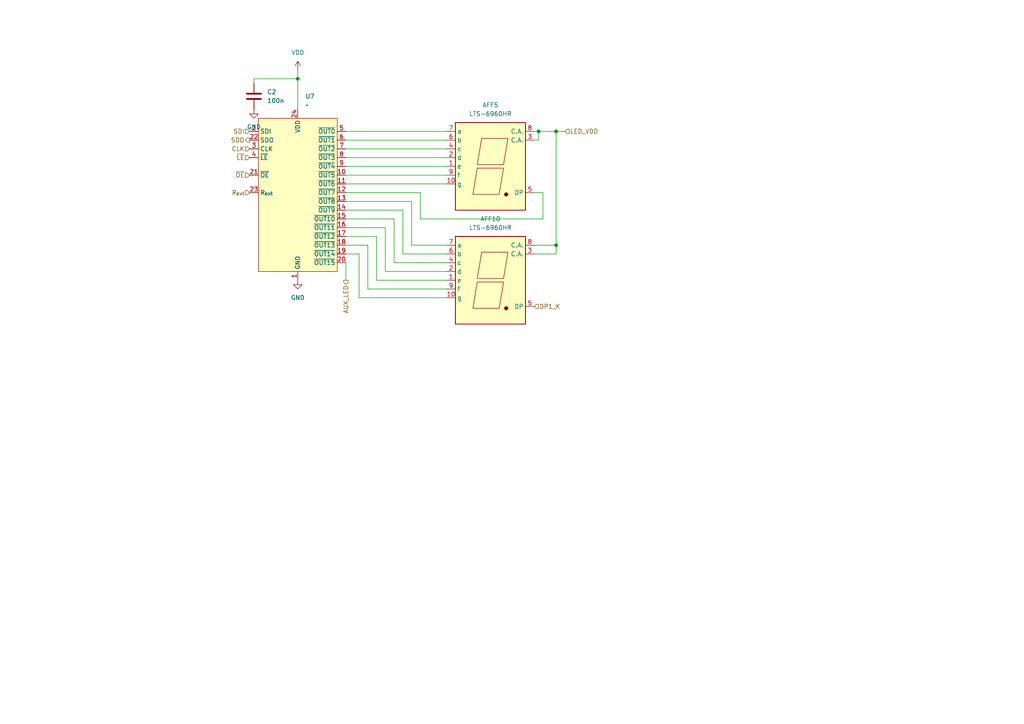
<source format=kicad_sch>
(kicad_sch (version 20250114) (generator "eeschema") (generator_version "9.0")
  (paper "A4")
  (lib_symbols
    (symbol "Device:C" (pin_numbers (hide yes)) (pin_names (offset 0.254))
      (property "Reference" "C" (at 0.635 2.54 0))
      (property "Value" "C" (at 0.635 -2.54 0))
      (symbol "C_0_1"
        (polyline (pts (xy -2.032 0.762) (xy 2.032 0.762)) (stroke (width 0.508)))
        (polyline (pts (xy -2.032 -0.762) (xy 2.032 -0.762)) (stroke (width 0.508)))
      )
      (symbol "C_1_1"
        (pin passive line (at 0 3.81 270) (length 2.794) (name "~") (number "1"))
        (pin passive line (at 0 -3.81 90) (length 2.794) (name "~") (number "2"))
      )
    )
    (symbol "Display_Character:LTS-6960HR"
      (property "Reference" "AFF" (at -7.874 13.97 0))
      (property "Value" "LTS-6960HR" (at -2.032 13.97 0))
      (symbol "LTS-6960HR_0_1"
        (rectangle (start -10.16 12.7) (end 10.16 -12.7) (stroke (width 0.254)) (fill (type background)))
        (polyline (pts (xy -3.81 -0.508) (xy 3.81 -0.508) (xy 2.54 -8.128) (xy -5.08 -8.128) (xy -3.81 -0.508) (xy -3.81 -0.508)))
        (polyline (pts (xy -2.54 8.128) (xy 5.08 8.128) (xy 3.81 0.508) (xy -3.81 0.508) (xy -2.54 8.128) (xy -2.54 8.128)))
        (circle (center 4.572 -8.128) (radius 0.508) (fill (type outline)))
      )
      (symbol "LTS-6960HR_1_1"
        (pin passive line (at -12.7 10.16 0) (length 2.54) (name "a") (number "7"))
        (pin passive line (at -12.7 7.62 0) (length 2.54) (name "b") (number "6"))
        (pin passive line (at -12.7 5.08 0) (length 2.54) (name "c") (number "4"))
        (pin passive line (at -12.7 2.54 0) (length 2.54) (name "d") (number "2"))
        (pin passive line (at -12.7 0 0) (length 2.54) (name "e") (number "1"))
        (pin passive line (at -12.7 -2.54 0) (length 2.54) (name "f") (number "9"))
        (pin passive line (at -12.7 -5.08 0) (length 2.54) (name "g") (number "10"))
        (pin passive line (at 12.7 10.16 180) (length 2.54) (name "C.A.") (number "8"))
        (pin passive line (at 12.7 7.62 180) (length 2.54) (name "C.A.") (number "3"))
        (pin passive line (at 12.7 -7.62 180) (length 2.54) (name "DP") (number "5"))
      )
    )
    (symbol "power:GND" (power) (pin_numbers (hide yes)) (pin_names (offset 0) (hide yes))
      (property "Value" "GND" (at 0 -3.81 0))
      (symbol "GND_0_1"
        (polyline (pts (xy 0 0) (xy 0 -1.27) (xy 1.27 -1.27) (xy 0 -2.54) (xy -1.27 -1.27) (xy 0 -1.27)))
      )
      (symbol "GND_1_1"
        (pin power_in line (at 0 0 270) (length 0) (name "~") (number "1"))
      )
    )
    (symbol "power:VDD" (power) (pin_numbers (hide yes)) (pin_names (offset 0) (hide yes))
      (property "Value" "VDD" (at 0 3.556 0))
      (symbol "VDD_0_1"
        (polyline (pts (xy -0.762 1.27) (xy 0 2.54)))
        (polyline (pts (xy 0 2.54) (xy 0.762 1.27)))
        (polyline (pts (xy 0 0) (xy 0 2.54)))
      )
      (symbol "VDD_1_1"
        (pin power_in line (at 0 0 90) (length 0) (name "~") (number "1"))
      )
    )
    (symbol "projlib:MBI5124"
      (property "Reference" "U" (at 15.24 16.51 0))
      (property "Value" "MBI5124" (at 0 0 0))
      (symbol "MBI5124_1_1"
        (rectangle (start -11.43 21.59) (end 11.43 -22.86) (fill (type background)))
        (pin input line (at -13.97 17.78 0) (length 2.54) (name "SDI") (number "2"))
        (pin output line (at -13.97 15.24 0) (length 2.54) (name "SDO") (number "22"))
        (pin input line (at -13.97 12.7 0) (length 2.54) (name "CLK") (number "3"))
        (pin input line (at -13.97 10.16 0) (length 2.54) (name "~{LE}") (number "4"))
        (pin input line (at -13.97 5.08 0) (length 2.54) (name "~{OE}") (number "21"))
        (pin input line (at -13.97 0 0) (length 2.54) (name "R_{ext}") (number "23"))
        (pin power_in line (at 0 24.13 270) (length 2.54) (name "VDD") (number "24"))
        (pin power_in line (at 0 -25.4 90) (length 2.54) (name "GND") (number "1"))
        (pin open_collector line (at 13.97 17.78 180) (length 2.54) (name "~{OUT0}") (number "5"))
        (pin open_collector line (at 13.97 15.24 180) (length 2.54) (name "~{OUT1}") (number "6"))
        (pin open_collector line (at 13.97 12.7 180) (length 2.54) (name "~{OUT2}") (number "7"))
        (pin open_collector line (at 13.97 10.16 180) (length 2.54) (name "~{OUT3}") (number "8"))
        (pin open_collector line (at 13.97 7.62 180) (length 2.54) (name "~{OUT4}") (number "9"))
        (pin open_collector line (at 13.97 5.08 180) (length 2.54) (name "~{OUT5}") (number "10"))
        (pin open_collector line (at 13.97 2.54 180) (length 2.54) (name "~{OUT6}") (number "11"))
        (pin open_collector line (at 13.97 0 180) (length 2.54) (name "~{OUT7}") (number "12"))
        (pin open_collector line (at 13.97 -2.54 180) (length 2.54) (name "~{OUT8}") (number "13"))
        (pin open_collector line (at 13.97 -5.08 180) (length 2.54) (name "~{OUT9}") (number "14"))
        (pin open_collector line (at 13.97 -7.62 180) (length 2.54) (name "~{OUT10}") (number "15"))
        (pin open_collector line (at 13.97 -10.16 180) (length 2.54) (name "~{OUT11}") (number "16"))
        (pin open_collector line (at 13.97 -12.7 180) (length 2.54) (name "~{OUT12}") (number "17"))
        (pin open_collector line (at 13.97 -15.24 180) (length 2.54) (name "~{OUT13}") (number "18"))
        (pin open_collector line (at 13.97 -17.78 180) (length 2.54) (name "~{OUT14}") (number "19"))
        (pin open_collector line (at 13.97 -20.32 180) (length 2.54) (name "~{OUT15}") (number "20"))
      )
    )
  )
  (junction (at 161.29 71.12))
  (junction (at 86.36 22.86))
  (junction (at 161.29 38.1))
  (junction (at 156.21 38.1))
  (wire (pts (xy 161.29 71.12) (xy 161.29 38.1)))
  (wire (pts (xy 100.33 45.72) (xy 129.54 45.72)))
  (wire (pts (xy 106.68 71.12) (xy 106.68 83.82)))
  (wire (pts (xy 86.36 22.86) (xy 86.36 31.75)))
  (wire (pts (xy 154.94 38.1) (xy 156.21 38.1)))
  (wire (pts (xy 100.33 58.42) (xy 119.38 58.42)))
  (wire (pts (xy 111.76 78.74) (xy 129.54 78.74)))
  (wire (pts (xy 100.33 55.88) (xy 121.92 55.88)))
  (wire (pts (xy 154.94 71.12) (xy 161.29 71.12)))
  (wire (pts (xy 121.92 55.88) (xy 121.92 63.5)))
  (wire (pts (xy 86.36 20.32) (xy 86.36 22.86)))
  (wire (pts (xy 119.38 58.42) (xy 119.38 71.12)))
  (wire (pts (xy 114.3 76.2) (xy 129.54 76.2)))
  (wire (pts (xy 161.29 38.1) (xy 163.83 38.1)))
  (wire (pts (xy 100.33 68.58) (xy 109.22 68.58)))
  (wire (pts (xy 154.94 73.66) (xy 161.29 73.66)))
  (wire (pts (xy 154.94 40.64) (xy 156.21 40.64)))
  (wire (pts (xy 121.92 63.5) (xy 157.48 63.5)))
  (wire (pts (xy 157.48 55.88) (xy 154.94 55.88)))
  (wire (pts (xy 100.33 40.64) (xy 129.54 40.64)))
  (wire (pts (xy 100.33 71.12) (xy 106.68 71.12)))
  (wire (pts (xy 114.3 63.5) (xy 114.3 76.2)))
  (wire (pts (xy 100.33 50.8) (xy 129.54 50.8)))
  (wire (pts (xy 109.22 81.28) (xy 129.54 81.28)))
  (wire (pts (xy 100.33 53.34) (xy 129.54 53.34)))
  (wire (pts (xy 116.84 60.96) (xy 116.84 73.66)))
  (wire (pts (xy 100.33 48.26) (xy 129.54 48.26)))
  (wire (pts (xy 156.21 38.1) (xy 161.29 38.1)))
  (wire (pts (xy 104.14 86.36) (xy 129.54 86.36)))
  (wire (pts (xy 111.76 66.04) (xy 111.76 78.74)))
  (wire (pts (xy 100.33 73.66) (xy 104.14 73.66)))
  (wire (pts (xy 100.33 38.1) (xy 129.54 38.1)))
  (wire (pts (xy 100.33 76.2) (xy 100.33 81.28)))
  (wire (pts (xy 73.66 22.86) (xy 73.66 24.13)))
  (wire (pts (xy 116.84 73.66) (xy 129.54 73.66)))
  (wire (pts (xy 156.21 40.64) (xy 156.21 38.1)))
  (wire (pts (xy 104.14 73.66) (xy 104.14 86.36)))
  (wire (pts (xy 100.33 60.96) (xy 116.84 60.96)))
  (wire (pts (xy 100.33 43.18) (xy 129.54 43.18)))
  (wire (pts (xy 119.38 71.12) (xy 129.54 71.12)))
  (wire (pts (xy 100.33 63.5) (xy 114.3 63.5)))
  (wire (pts (xy 161.29 73.66) (xy 161.29 71.12)))
  (wire (pts (xy 157.48 63.5) (xy 157.48 55.88)))
  (wire (pts (xy 86.36 22.86) (xy 73.66 22.86)))
  (wire (pts (xy 100.33 66.04) (xy 111.76 66.04)))
  (wire (pts (xy 109.22 68.58) (xy 109.22 81.28)))
  (wire (pts (xy 106.68 83.82) (xy 129.54 83.82)))
  (hierarchical_label "R_{ext}" (shape input) (at 72.39 55.88 180))
  (hierarchical_label "SDI" (shape input) (at 72.39 38.1 180))
  (hierarchical_label "CLK" (shape input) (at 72.39 43.18 180))
  (hierarchical_label "~{OE}" (shape input) (at 72.39 50.8 180))
  (hierarchical_label "SDO" (shape output) (at 72.39 40.64 180))
  (hierarchical_label "LED_VDD" (shape input) (at 163.83 38.1 0))
  (hierarchical_label "DP1_K" (shape input) (at 154.94 88.9 0))
  (hierarchical_label "~{LE}" (shape input) (at 72.39 45.72 180))
  (hierarchical_label "AUX_LED" (shape output) (at 100.33 81.28 270))
  (symbol (lib_id "power:VDD") (at 86.36 20.32 0) (unit 1)
    (property "Reference" "#PWR011" (effects (hide yes)))
    (property "Value" "VDD" (at 86.36 15.24 0))
    (property "Description" "Power symbol creates a global label with name \"VDD\"" (effects (hide yes)))
    (instances (project "ptp-clock-nucleo" (path "" (reference "#PWR017") (unit 1)) (path "" (reference "#PWR022") (unit 1)) (path "" (reference "#PWR015") (unit 1)) (path "" (reference "#PWR011") (unit 1)) (path "" (reference "#PWR014") (unit 1)) (path "" (reference "#PWR018") (unit 1))))
  )
  (symbol (lib_id "Display_Character:LTS-6960HR") (at 142.24 81.28 0) (unit 1)
    (property "Reference" "AFF2" (at 142.24 63.5 0))
    (property "Value" "LTS-6960HR" (at 142.24 66.04 0))
    (property "Footprint" "Display_7Segment:7SegmentLED_LTS6760_LTS6780" (effects (hide yes)))
    (property "Datasheet" "https://datasheet.octopart.com/LTS-6960HR-Lite-On-datasheet-11803242.pdf" (effects (hide yes)))
    (property "Description" "DISPLAY 7 SEGMENTS common A." (effects (hide yes)))
    (property "LCSC" "C8092" (effects (hide yes)))
    (instances (project "ptp-clock-nucleo" (path "" (reference "AFF10") (unit 1)) (path "" (reference "AFF8") (unit 1)) (path "" (reference "AFF9") (unit 1)) (path "" (reference "AFF2") (unit 1)) (path "" (reference "AFF12") (unit 1)) (path "" (reference "AFF11") (unit 1))))
  )
  (symbol (lib_id "projlib:MBI5124") (at 86.36 55.88 0) (unit 1)
    (property "Reference" "U3" (at 88.5033 27.94 0) (effects (justify left)))
    (property "Value" "~" (at 88.5033 30.48 0) (effects (justify left)))
    (property "Footprint" "Package_SO:SSOP-24_3.9x8.7mm_P0.635mm" (effects (hide yes)))
    (property "Datasheet" "https://www.mblock.com.tw/upload/Datasheet/LED%20Driver%20IC/MBI5124/MBI5124%20Preliminary%20Datasheet_V1.01_EN.pdf" (effects (hide yes)))
    (property "LCSC" "C256866" (effects (hide yes)))
    (instances (project "ptp-clock-nucleo" (path "" (reference "U7") (unit 1)) (path "" (reference "U4") (unit 1)) (path "" (reference "U6") (unit 1)) (path "" (reference "U3") (unit 1)) (path "" (reference "U5") (unit 1)) (path "" (reference "U1") (unit 1))))
  )
  (symbol (lib_id "Display_Character:LTS-6960HR") (at 142.24 48.26 0) (unit 1)
    (property "Reference" "AFF1" (at 142.24 30.48 0))
    (property "Value" "LTS-6960HR" (at 142.24 33.02 0))
    (property "Footprint" "Display_7Segment:7SegmentLED_LTS6760_LTS6780" (effects (hide yes)))
    (property "Datasheet" "https://datasheet.octopart.com/LTS-6960HR-Lite-On-datasheet-11803242.pdf" (effects (hide yes)))
    (property "Description" "DISPLAY 7 SEGMENTS common A." (effects (hide yes)))
    (property "LCSC" "C8092" (effects (hide yes)))
    (instances (project "ptp-clock-nucleo" (path "" (reference "AFF5") (unit 1)) (path "" (reference "AFF3") (unit 1)) (path "" (reference "AFF4") (unit 1)) (path "" (reference "AFF1") (unit 1)) (path "" (reference "AFF6") (unit 1)) (path "" (reference "AFF7") (unit 1))))
  )
  (symbol (lib_id "power:GND") (at 73.66 31.75 0) (unit 1)
    (property "Reference" "#PWR010" (effects (hide yes)))
    (property "Value" "GND" (at 73.66 36.83 0))
    (property "Description" "Power symbol creates a global label with name \"GND\" , ground" (effects (hide yes)))
    (instances (project "ptp-clock-nucleo" (path "" (reference "#PWR034") (unit 1)) (path "" (reference "#PWR016") (unit 1)) (path "" (reference "#PWR037") (unit 1)) (path "" (reference "#PWR010") (unit 1)) (path "" (reference "#PWR035") (unit 1)) (path "" (reference "#PWR013") (unit 1))))
  )
  (symbol (lib_id "Device:C") (at 73.66 27.94 0) (unit 1)
    (property "Reference" "C1" (at 77.47 26.6699 0) (effects (justify left)))
    (property "Value" "100n" (at 77.47 29.2099 0) (effects (justify left)))
    (property "Footprint" "Capacitor_SMD:C_0603_1608Metric" (effects (hide yes)))
    (property "Description" "Unpolarized capacitor" (effects (hide yes)))
    (property "LCSC" "C14663" (effects (hide yes)))
    (instances (project "" (path "" (reference "C2") (unit 1)) (path "" (reference "C6") (unit 1)) (path "" (reference "C3") (unit 1)) (path "" (reference "C1") (unit 1)) (path "" (reference "C4") (unit 1)) (path "" (reference "C5") (unit 1))))
  )
  (symbol (lib_id "power:GND") (at 86.36 81.28 0) (unit 1)
    (property "Reference" "#PWR012" (effects (hide yes)))
    (property "Value" "GND" (at 86.36 86.36 0))
    (property "Description" "Power symbol creates a global label with name \"GND\" , ground" (effects (hide yes)))
    (instances (project "ptp-clock-nucleo" (path "" (reference "#PWR021") (unit 1)) (path "" (reference "#PWR038") (unit 1)) (path "" (reference "#PWR019") (unit 1)) (path "" (reference "#PWR012") (unit 1)) (path "" (reference "#PWR020") (unit 1)) (path "" (reference "#PWR036") (unit 1))))
  )
)
</source>
